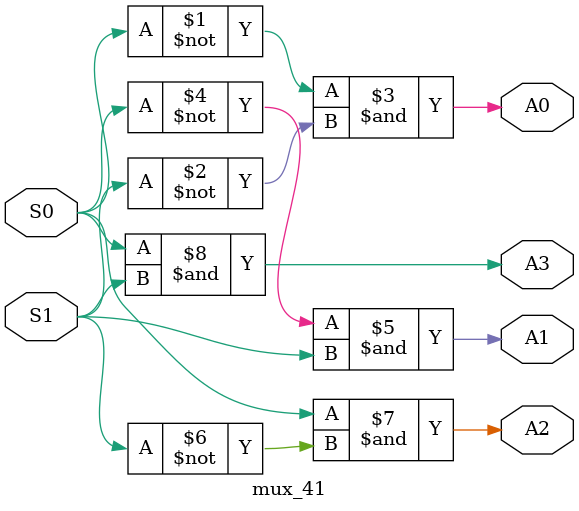
<source format=v>

module mux_41 (
	input S0,S1,
	output A0,A1,A2,A3
);

assign A0 = ~S0 & ~S1;
assign A1 = ~S0 & S1;
assign A2 = S0 & ~S1;
assign A3 = S0 & S1;

endmodule

</source>
